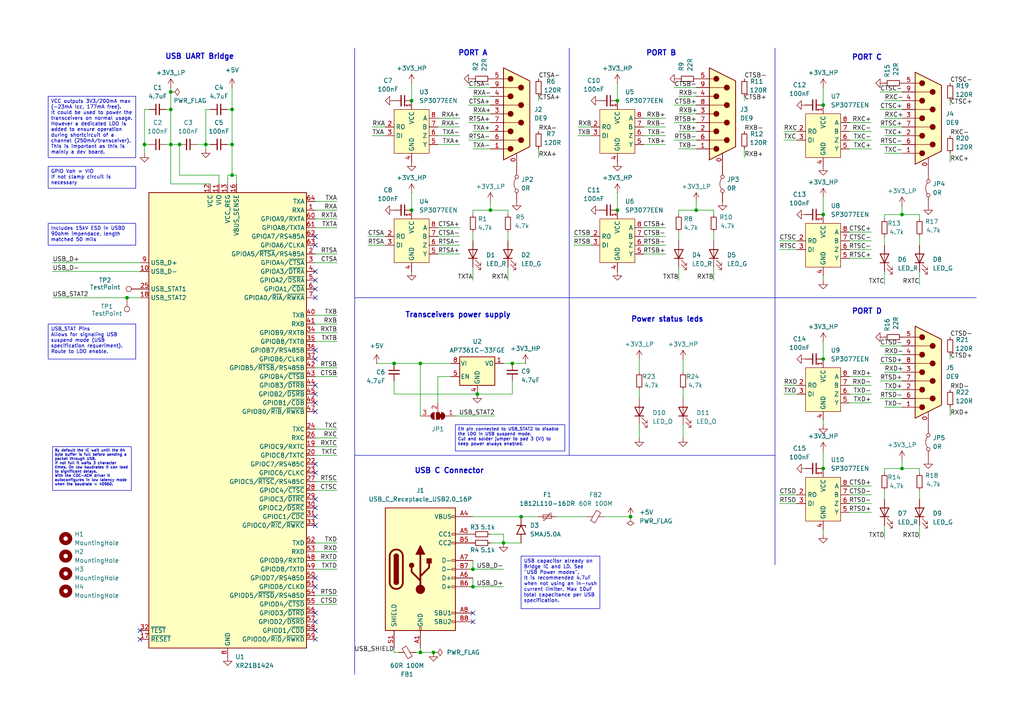
<source format=kicad_sch>
(kicad_sch (version 20231120) (generator "eeschema") (generator_version "8.0")
  (paper "A4")
  (junction (at 238.76 104.14))
  (junction (at 114.3 105.41))
  (junction (at 201.93 60.96))
  (junction (at 151.13 149.86))
  (junction (at 146.05 157.48))
  (junction (at 67.31 31.75))
  (junction (at 125.73 189.23))
  (junction (at 41.91 41.91))
  (junction (at 238.76 135.89))
  (junction (at 238.76 30.48))
  (junction (at 67.31 50.8))
  (junction (at 49.53 41.91))
  (junction (at 148.59 105.41))
  (junction (at 119.38 29.21))
  (junction (at 137.16 165.1))
  (junction (at 261.62 135.89))
  (junction (at 59.69 41.91))
  (junction (at 238.76 62.23))
  (junction (at 121.92 105.41))
  (junction (at 182.88 149.86))
  (junction (at 119.38 60.96))
  (junction (at 52.07 41.91))
  (junction (at 121.92 189.23))
  (junction (at 67.31 41.91))
  (junction (at 138.43 114.3))
  (junction (at 137.16 170.18))
  (junction (at 36.83 86.36))
  (junction (at 261.62 62.23))
  (junction (at 179.07 29.21))
  (junction (at 142.24 60.96))
  (junction (at 49.53 31.75))
  (junction (at 49.53 26.67))
  (junction (at 179.07 60.96))
  (no_connect (at 91.44 170.18))
  (no_connect (at 91.44 167.64))
  (no_connect (at 91.44 180.34))
  (no_connect (at 91.44 119.38))
  (no_connect (at 40.64 182.88))
  (no_connect (at 91.44 81.28))
  (no_connect (at 40.64 185.42))
  (no_connect (at 91.44 78.74))
  (no_connect (at 91.44 182.88))
  (no_connect (at 91.44 86.36))
  (no_connect (at 91.44 152.4))
  (no_connect (at 91.44 134.62))
  (no_connect (at 137.16 177.8))
  (no_connect (at 91.44 149.86))
  (no_connect (at 91.44 83.82))
  (no_connect (at 91.44 177.8))
  (no_connect (at 91.44 116.84))
  (no_connect (at 91.44 101.6))
  (no_connect (at 137.16 180.34))
  (no_connect (at 91.44 68.58))
  (no_connect (at 91.44 185.42))
  (no_connect (at 91.44 104.14))
  (no_connect (at 91.44 111.76))
  (no_connect (at 91.44 144.78))
  (no_connect (at 91.44 137.16))
  (no_connect (at 91.44 114.3))
  (no_connect (at 91.44 71.12))
  (no_connect (at 91.44 147.32))
  (wire (pts (xy 137.16 33.02) (xy 142.24 33.02)))
  (wire (pts (xy 142.24 157.48) (xy 146.05 157.48)))
  (wire (pts (xy 135.89 25.4) (xy 142.24 25.4)))
  (wire (pts (xy 137.16 170.18) (xy 146.05 170.18)))
  (wire (pts (xy 91.44 99.06) (xy 97.79 99.06)))
  (wire (pts (xy 91.44 76.2) (xy 97.79 76.2)))
  (polyline (pts (xy 224.79 13.97) (xy 224.79 86.36)))
  (wire (pts (xy 255.27 100.33) (xy 261.62 100.33)))
  (wire (pts (xy 201.93 58.42) (xy 201.93 60.96)))
  (wire (pts (xy 142.24 60.96) (xy 147.32 60.96)))
  (wire (pts (xy 256.54 107.95) (xy 261.62 107.95)))
  (wire (pts (xy 156.21 29.21) (xy 156.21 27.94)))
  (wire (pts (xy 106.68 68.58) (xy 111.76 68.58)))
  (wire (pts (xy 147.32 60.96) (xy 147.32 62.23)))
  (wire (pts (xy 114.3 187.96) (xy 114.3 189.23)))
  (wire (pts (xy 142.24 154.94) (xy 146.05 154.94)))
  (wire (pts (xy 114.3 114.3) (xy 114.3 110.49)))
  (wire (pts (xy 266.7 142.24) (xy 266.7 144.78)))
  (wire (pts (xy 261.62 62.23) (xy 256.54 62.23)))
  (wire (pts (xy 91.44 165.1) (xy 97.79 165.1)))
  (wire (pts (xy 91.44 124.46) (xy 97.79 124.46)))
  (wire (pts (xy 135.89 30.48) (xy 142.24 30.48)))
  (wire (pts (xy 255.27 110.49) (xy 261.62 110.49)))
  (wire (pts (xy 66.04 41.91) (xy 67.31 41.91)))
  (wire (pts (xy 195.58 35.56) (xy 201.93 35.56)))
  (wire (pts (xy 91.44 175.26) (xy 97.79 175.26)))
  (wire (pts (xy 196.85 33.02) (xy 201.93 33.02)))
  (wire (pts (xy 91.44 63.5) (xy 97.79 63.5)))
  (polyline (pts (xy 102.87 86.36) (xy 102.87 195.58)))
  (wire (pts (xy 238.76 57.15) (xy 238.76 62.23)))
  (polyline (pts (xy 165.1 132.08) (xy 165.1 86.36)))
  (wire (pts (xy 261.62 133.35) (xy 261.62 135.89)))
  (wire (pts (xy 186.69 68.58) (xy 193.04 68.58)))
  (wire (pts (xy 137.16 43.18) (xy 142.24 43.18)))
  (wire (pts (xy 127 71.12) (xy 133.35 71.12)))
  (wire (pts (xy 256.54 29.21) (xy 261.62 29.21)))
  (wire (pts (xy 201.93 60.96) (xy 207.01 60.96)))
  (wire (pts (xy 255.27 36.83) (xy 261.62 36.83)))
  (wire (pts (xy 91.44 142.24) (xy 97.79 142.24)))
  (wire (pts (xy 91.44 172.72) (xy 97.79 172.72)))
  (wire (pts (xy 256.54 113.03) (xy 261.62 113.03)))
  (wire (pts (xy 146.05 105.41) (xy 148.59 105.41)))
  (wire (pts (xy 48.26 31.75) (xy 49.53 31.75)))
  (wire (pts (xy 146.05 157.48) (xy 151.13 157.48)))
  (wire (pts (xy 186.69 34.29) (xy 193.04 34.29)))
  (wire (pts (xy 167.64 39.37) (xy 171.45 39.37)))
  (wire (pts (xy 201.93 60.96) (xy 196.85 60.96)))
  (wire (pts (xy 137.16 60.96) (xy 137.16 62.23)))
  (wire (pts (xy 147.32 77.47) (xy 147.32 81.28)))
  (wire (pts (xy 256.54 142.24) (xy 256.54 144.78)))
  (wire (pts (xy 196.85 38.1) (xy 201.93 38.1)))
  (wire (pts (xy 59.69 41.91) (xy 59.69 31.75)))
  (wire (pts (xy 15.24 86.36) (xy 36.83 86.36)))
  (wire (pts (xy 185.42 113.03) (xy 185.42 115.57)))
  (wire (pts (xy 59.69 41.91) (xy 60.96 41.91)))
  (wire (pts (xy 121.92 189.23) (xy 125.73 189.23)))
  (wire (pts (xy 121.92 187.96) (xy 121.92 189.23)))
  (wire (pts (xy 266.7 78.74) (xy 266.7 82.55)))
  (wire (pts (xy 246.38 35.56) (xy 252.73 35.56)))
  (wire (pts (xy 127 109.22) (xy 127 116.84)))
  (wire (pts (xy 107.95 36.83) (xy 111.76 36.83)))
  (wire (pts (xy 91.44 96.52) (xy 97.79 96.52)))
  (wire (pts (xy 49.53 25.4) (xy 49.53 26.67)))
  (wire (pts (xy 66.04 53.34) (xy 66.04 50.8)))
  (wire (pts (xy 127 73.66) (xy 133.35 73.66)))
  (wire (pts (xy 68.58 50.8) (xy 67.31 50.8)))
  (wire (pts (xy 186.69 36.83) (xy 193.04 36.83)))
  (wire (pts (xy 275.59 104.14) (xy 275.59 102.87)))
  (wire (pts (xy 255.27 105.41) (xy 261.62 105.41)))
  (wire (pts (xy 41.91 41.91) (xy 43.18 41.91)))
  (wire (pts (xy 137.16 167.64) (xy 137.16 170.18)))
  (wire (pts (xy 256.54 152.4) (xy 256.54 156.21)))
  (wire (pts (xy 127 41.91) (xy 133.35 41.91)))
  (wire (pts (xy 41.91 31.75) (xy 41.91 41.91)))
  (wire (pts (xy 127 66.04) (xy 133.35 66.04)))
  (wire (pts (xy 49.53 31.75) (xy 49.53 41.91)))
  (wire (pts (xy 175.26 149.86) (xy 182.88 149.86)))
  (wire (pts (xy 275.59 118.11) (xy 275.59 120.65)))
  (wire (pts (xy 15.24 76.2) (xy 40.64 76.2)))
  (wire (pts (xy 195.58 30.48) (xy 201.93 30.48)))
  (wire (pts (xy 215.9 43.18) (xy 215.9 45.72)))
  (wire (pts (xy 261.62 59.69) (xy 261.62 62.23)))
  (wire (pts (xy 246.38 146.05) (xy 252.73 146.05)))
  (wire (pts (xy 91.44 60.96) (xy 97.79 60.96)))
  (wire (pts (xy 114.3 189.23) (xy 115.57 189.23)))
  (wire (pts (xy 238.76 25.4) (xy 238.76 30.48)))
  (wire (pts (xy 120.65 189.23) (xy 121.92 189.23)))
  (wire (pts (xy 91.44 162.56) (xy 97.79 162.56)))
  (wire (pts (xy 59.69 31.75) (xy 60.96 31.75)))
  (wire (pts (xy 256.54 118.11) (xy 261.62 118.11)))
  (wire (pts (xy 186.69 71.12) (xy 193.04 71.12)))
  (wire (pts (xy 135.89 40.64) (xy 142.24 40.64)))
  (wire (pts (xy 148.59 114.3) (xy 148.59 110.49)))
  (wire (pts (xy 148.59 105.41) (xy 152.4 105.41)))
  (wire (pts (xy 138.43 114.3) (xy 114.3 114.3)))
  (wire (pts (xy 256.54 135.89) (xy 256.54 137.16)))
  (wire (pts (xy 255.27 115.57) (xy 261.62 115.57)))
  (wire (pts (xy 91.44 66.04) (xy 97.79 66.04)))
  (wire (pts (xy 226.06 146.05) (xy 231.14 146.05)))
  (wire (pts (xy 48.26 41.91) (xy 49.53 41.91)))
  (wire (pts (xy 147.32 67.31) (xy 147.32 69.85)))
  (wire (pts (xy 246.38 74.93) (xy 252.73 74.93)))
  (wire (pts (xy 91.44 109.22) (xy 97.79 109.22)))
  (wire (pts (xy 68.58 53.34) (xy 68.58 50.8)))
  (wire (pts (xy 119.38 24.13) (xy 119.38 29.21)))
  (wire (pts (xy 121.92 105.41) (xy 121.92 120.65)))
  (wire (pts (xy 36.83 86.36) (xy 40.64 86.36)))
  (wire (pts (xy 266.7 68.58) (xy 266.7 71.12)))
  (polyline (pts (xy 165.1 132.08) (xy 224.79 132.08)))
  (wire (pts (xy 246.38 69.85) (xy 252.73 69.85)))
  (wire (pts (xy 256.54 102.87) (xy 261.62 102.87)))
  (wire (pts (xy 91.44 139.7) (xy 97.79 139.7)))
  (wire (pts (xy 186.69 41.91) (xy 193.04 41.91)))
  (wire (pts (xy 121.92 105.41) (xy 130.81 105.41)))
  (wire (pts (xy 67.31 25.4) (xy 67.31 31.75)))
  (wire (pts (xy 238.76 121.92) (xy 238.76 123.19)))
  (wire (pts (xy 91.44 129.54) (xy 97.79 129.54)))
  (wire (pts (xy 196.85 67.31) (xy 196.85 69.85)))
  (wire (pts (xy 227.33 40.64) (xy 231.14 40.64)))
  (wire (pts (xy 91.44 106.68) (xy 97.79 106.68)))
  (wire (pts (xy 137.16 162.56) (xy 137.16 165.1)))
  (wire (pts (xy 166.37 68.58) (xy 171.45 68.58)))
  (wire (pts (xy 57.15 41.91) (xy 59.69 41.91)))
  (wire (pts (xy 238.76 153.67) (xy 238.76 154.94)))
  (wire (pts (xy 256.54 34.29) (xy 261.62 34.29)))
  (wire (pts (xy 127 34.29) (xy 133.35 34.29)))
  (wire (pts (xy 266.7 152.4) (xy 266.7 156.21)))
  (polyline (pts (xy 224.79 86.36) (xy 224.79 163.83)))
  (wire (pts (xy 67.31 41.91) (xy 67.31 50.8)))
  (wire (pts (xy 195.58 25.4) (xy 201.93 25.4)))
  (wire (pts (xy 207.01 60.96) (xy 207.01 62.23)))
  (wire (pts (xy 261.62 135.89) (xy 266.7 135.89)))
  (wire (pts (xy 41.91 41.91) (xy 41.91 44.45)))
  (wire (pts (xy 137.16 149.86) (xy 151.13 149.86)))
  (wire (pts (xy 66.04 31.75) (xy 67.31 31.75)))
  (wire (pts (xy 161.29 149.86) (xy 170.18 149.86)))
  (wire (pts (xy 196.85 77.47) (xy 196.85 81.28)))
  (wire (pts (xy 246.38 116.84) (xy 252.73 116.84)))
  (wire (pts (xy 195.58 40.64) (xy 201.93 40.64)))
  (wire (pts (xy 196.85 43.18) (xy 201.93 43.18)))
  (wire (pts (xy 185.42 104.14) (xy 185.42 107.95)))
  (wire (pts (xy 226.06 143.51) (xy 231.14 143.51)))
  (wire (pts (xy 127 68.58) (xy 133.35 68.58)))
  (wire (pts (xy 15.24 78.74) (xy 40.64 78.74)))
  (wire (pts (xy 179.07 24.13) (xy 179.07 29.21)))
  (wire (pts (xy 137.16 67.31) (xy 137.16 69.85)))
  (wire (pts (xy 109.22 105.41) (xy 114.3 105.41)))
  (wire (pts (xy 127 36.83) (xy 133.35 36.83)))
  (wire (pts (xy 275.59 44.45) (xy 275.59 46.99)))
  (polyline (pts (xy 102.87 13.97) (xy 102.87 86.36)))
  (wire (pts (xy 63.5 50.8) (xy 63.5 53.34)))
  (wire (pts (xy 198.12 104.14) (xy 198.12 107.95)))
  (wire (pts (xy 151.13 149.86) (xy 156.21 149.86)))
  (wire (pts (xy 66.04 50.8) (xy 67.31 50.8)))
  (wire (pts (xy 256.54 78.74) (xy 256.54 82.55)))
  (wire (pts (xy 256.54 62.23) (xy 256.54 63.5)))
  (wire (pts (xy 91.44 91.44) (xy 97.79 91.44)))
  (wire (pts (xy 246.38 111.76) (xy 252.73 111.76)))
  (wire (pts (xy 246.38 114.3) (xy 252.73 114.3)))
  (polyline (pts (xy 102.87 86.36) (xy 283.21 86.36)))
  (wire (pts (xy 246.38 38.1) (xy 252.73 38.1)))
  (wire (pts (xy 179.07 55.88) (xy 179.07 60.96)))
  (wire (pts (xy 185.42 123.19) (xy 185.42 127)))
  (wire (pts (xy 238.76 80.01) (xy 238.76 81.28)))
  (wire (pts (xy 226.06 69.85) (xy 231.14 69.85)))
  (wire (pts (xy 137.16 165.1) (xy 146.05 165.1)))
  (wire (pts (xy 138.43 114.3) (xy 148.59 114.3)))
  (wire (pts (xy 132.08 120.65) (xy 143.51 120.65)))
  (wire (pts (xy 261.62 135.89) (xy 256.54 135.89)))
  (wire (pts (xy 227.33 111.76) (xy 231.14 111.76)))
  (wire (pts (xy 256.54 44.45) (xy 261.62 44.45)))
  (wire (pts (xy 91.44 132.08) (xy 97.79 132.08)))
  (wire (pts (xy 196.85 27.94) (xy 201.93 27.94)))
  (wire (pts (xy 52.07 41.91) (xy 52.07 50.8)))
  (wire (pts (xy 246.38 148.59) (xy 252.73 148.59)))
  (wire (pts (xy 41.91 31.75) (xy 43.18 31.75)))
  (wire (pts (xy 91.44 127) (xy 97.79 127)))
  (wire (pts (xy 186.69 39.37) (xy 193.04 39.37)))
  (wire (pts (xy 255.27 41.91) (xy 261.62 41.91)))
  (wire (pts (xy 246.38 67.31) (xy 252.73 67.31)))
  (wire (pts (xy 255.27 26.67) (xy 261.62 26.67)))
  (wire (pts (xy 127 39.37) (xy 133.35 39.37)))
  (wire (pts (xy 238.76 130.81) (xy 238.76 135.89)))
  (wire (pts (xy 119.38 55.88) (xy 119.38 60.96)))
  (wire (pts (xy 275.59 30.48) (xy 275.59 29.21)))
  (wire (pts (xy 91.44 93.98) (xy 97.79 93.98)))
  (wire (pts (xy 135.89 35.56) (xy 142.24 35.56)))
  (wire (pts (xy 186.69 66.04) (xy 193.04 66.04)))
  (wire (pts (xy 49.53 41.91) (xy 52.07 41.91)))
  (wire (pts (xy 49.53 26.67) (xy 49.53 31.75)))
  (wire (pts (xy 226.06 72.39) (xy 231.14 72.39)))
  (wire (pts (xy 246.38 43.18) (xy 252.73 43.18)))
  (wire (pts (xy 166.37 71.12) (xy 171.45 71.12)))
  (wire (pts (xy 137.16 77.47) (xy 137.16 81.28)))
  (polyline (pts (xy 165.1 13.97) (xy 165.1 86.36)))
  (wire (pts (xy 256.54 39.37) (xy 261.62 39.37)))
  (polyline (pts (xy 102.87 132.08) (xy 165.1 132.08)))
  (wire (pts (xy 246.38 140.97) (xy 252.73 140.97)))
  (wire (pts (xy 196.85 60.96) (xy 196.85 62.23)))
  (wire (pts (xy 114.3 105.41) (xy 121.92 105.41)))
  (wire (pts (xy 52.07 50.8) (xy 63.5 50.8)))
  (wire (pts (xy 255.27 31.75) (xy 261.62 31.75)))
  (wire (pts (xy 246.38 72.39) (xy 252.73 72.39)))
  (wire (pts (xy 49.53 41.91) (xy 49.53 53.34)))
  (wire (pts (xy 107.95 39.37) (xy 111.76 39.37)))
  (wire (pts (xy 142.24 60.96) (xy 137.16 60.96)))
  (wire (pts (xy 207.01 77.47) (xy 207.01 81.28)))
  (wire (pts (xy 246.38 109.22) (xy 252.73 109.22)))
  (wire (pts (xy 91.44 157.48) (xy 97.79 157.48)))
  (wire (pts (xy 266.7 62.23) (xy 266.7 63.5)))
  (wire (pts (xy 130.81 109.22) (xy 127 109.22)))
  (wire (pts (xy 215.9 29.21) (xy 215.9 27.94)))
  (wire (pts (xy 137.16 27.94) (xy 142.24 27.94)))
  (wire (pts (xy 238.76 99.06) (xy 238.76 104.14)))
  (wire (pts (xy 261.62 62.23) (xy 266.7 62.23)))
  (wire (pts (xy 246.38 143.51) (xy 252.73 143.51)))
  (wire (pts (xy 91.44 58.42) (xy 97.79 58.42)))
  (wire (pts (xy 142.24 58.42) (xy 142.24 60.96)))
  (wire (pts (xy 137.16 38.1) (xy 142.24 38.1)))
  (wire (pts (xy 227.33 114.3) (xy 231.14 114.3)))
  (wire (pts (xy 67.31 31.75) (xy 67.31 41.91)))
  (wire (pts (xy 186.69 73.66) (xy 193.04 73.66)))
  (wire (pts (xy 198.12 123.19) (xy 198.12 127)))
  (wire (pts (xy 207.01 67.31) (xy 207.01 69.85)))
  (wire (pts (xy 266.7 135.89) (xy 266.7 137.16)))
  (wire (pts (xy 227.33 38.1) (xy 231.14 38.1)))
  (wire (pts (xy 91.44 160.02) (xy 97.79 160.02)))
  (wire (pts (xy 146.05 154.94) (xy 146.05 157.48)))
  (wire (pts (xy 91.44 73.66) (xy 97.79 73.66)))
  (wire (pts (xy 106.68 71.12) (xy 111.76 71.12)))
  (wire (pts (xy 198.12 113.03) (xy 198.12 115.57)))
  (wire (pts (xy 167.64 36.83) (xy 171.45 36.83)))
  (wire (pts (xy 156.21 43.18) (xy 156.21 45.72)))
  (wire (pts (xy 59.69 41.91) (xy 59.69 43.18)))
  (wire (pts (xy 256.54 68.58) (xy 256.54 71.12)))
  (wire (pts (xy 49.53 53.34) (xy 60.96 53.34)))
  (wire (pts (xy 246.38 40.64) (xy 252.73 40.64)))
  (text_box "EN pin connected to USB_STAT2 to disable the LDO in USB suspend mode.\nCut and solder jumper to pad 3 (VI) to keep power always enabled." (at 132.08 123.19 0) (size 31.75 7.62) (effects (font (size 0.889 0.889)) (justify left top)))
  (text_box "USB_STAT Pins\nAllows for signaling USB suspend mode (USB specification requeriment).\nRoute to LDO enable." (at 13.97 93.98 0) (size 25.4 10.16) (effects (font (size 1.016 1.016)) (justify left top)))
  (text_box "USB capacitor already on Bridge IC and LD. See \"USB Power modes\".\nIt is recommended 4.7uF when not using an in-rush current limiter. Max 10uF total capacitance per USB specification." (at 151.13 161.29 0) (size 22.86 15.24) (effects (font (size 1.016 1.016)) (justify left top)))
  (text_box "By default the IC wait until the 64 byte buffer is full before sending a packet through USB.\nIf not full it waits 3 character times. On low baudrates it can lead to significant delays.\nWith the CDC-ACM driver it autoconfigures in low latency mode when the baudrate < 40960." (at 15.24 129.54 0) (size 22.86 12.7) (effects (font (size 0.762 0.762)) (justify left top)))
  (text_box "VCC outputs 3V3/200mA max (-23mA Icc, 177mA free).\nIt could be used to power the transceivers on normal usage.\nHowever a dedicated LDO is added to ensure operation during shortcircuit of a channel (250mA/transceiver).\nThis is important as this is mainly a dev board." (at 13.97 27.94 0) (size 25.4 17.78) (effects (font (size 1.016 1.016)) (justify left top)))
  (text_box "Includes 15kV ESD in USBD\n90ohm impendace, length matched 50 mils" (at 13.97 64.77 0) (size 25.4 6.35) (effects (font (size 1.016 1.016)) (justify left top)))
  (text_box "GPIO Voh = VIO\nIf not clamp circuit is necessary" (at 13.97 48.26 0) (size 25.4 6.35) (effects (font (size 1.016 1.016)) (justify left top)))
  (text "PORT D" (at 251.46 90.424 0) (effects (font (size 1.524 1.524) (thickness 0.3048) (bold yes))))
  (text "PORT B" (at 191.77 15.494 0) (effects (font (size 1.524 1.524) (thickness 0.3048) (bold yes))))
  (text "PORT A" (at 137.16 15.494 0) (effects (font (size 1.524 1.524) (thickness 0.3048) (bold yes))))
  (text "USB UART Bridge" (at 57.912 16.51 0) (effects (font (size 1.524 1.524) (thickness 0.3048) (bold yes))))
  (text "Power status leds" (at 193.548 92.71 0) (effects (font (size 1.524 1.524) (thickness 0.3048) (bold yes))))
  (text "Transceivers power supply" (at 132.842 91.44 0) (effects (font (size 1.524 1.524) (thickness 0.3048) (bold yes))))
  (text "PORT C" (at 251.46 16.764 0) (effects (font (size 1.524 1.524) (thickness 0.3048) (bold yes))))
  (text "USB C Connector" (at 130.302 136.652 0) (effects (font (size 1.524 1.524) (thickness 0.3048) (bold yes))))
  (label "USB_SHIELD" (at 114.3 189.23 180))
  (label "TXTA" (at 97.79 66.04 180))
  (label "TXTA" (at 137.16 81.28 180))
  (label "RTSD" (at 97.79 172.72 180))
  (label "TXC-" (at 252.73 40.64 180))
  (label "CTSA+" (at 135.89 30.48 0))
  (label "RTSB" (at 166.37 71.12 0))
  (label "CTSB+" (at 193.04 66.04 180))
  (label "TXB+" (at 196.85 38.1 0))
  (label "TXTB" (at 196.85 81.28 180))
  (label "RTSC" (at 226.06 72.39 0))
  (label "RXB+" (at 196.85 33.02 0))
  (label "RXB-" (at 193.04 36.83 180))
  (label "USB_D-" (at 15.24 78.74 0))
  (label "RXA" (at 107.95 36.83 0))
  (label "RTSC" (at 97.79 139.7 180))
  (label "CTSC" (at 226.06 69.85 0))
  (label "RXB" (at 167.64 36.83 0))
  (label "TXTD" (at 97.79 165.1 180))
  (label "TXTB" (at 97.79 99.06 180))
  (label "RXTB" (at 97.79 96.52 180))
  (label "RXA-" (at 133.35 36.83 180))
  (label "CTSA-" (at 156.21 22.86 0))
  (label "TXB-" (at 196.85 43.18 0))
  (label "TXA+" (at 137.16 38.1 0))
  (label "CTSB-" (at 195.58 25.4 0))
  (label "CTSD-" (at 255.27 100.33 0))
  (label "CTSC" (at 97.79 142.24 180))
  (label "TXA+" (at 133.35 41.91 180))
  (label "TXC+" (at 252.73 43.18 180))
  (label "RXC-" (at 252.73 38.1 180))
  (label "RXD" (at 97.79 160.02 180))
  (label "CTSC+" (at 255.27 31.75 0))
  (label "CTSA" (at 106.68 68.58 0))
  (label "RXC-" (at 256.54 29.21 0))
  (label "TXB+" (at 193.04 41.91 180))
  (label "TXD+" (at 256.54 113.03 0))
  (label "RXA+" (at 137.16 33.02 0))
  (label "RTSC+" (at 252.73 74.93 180))
  (label "TXTD" (at 256.54 156.21 180))
  (label "RXTD" (at 266.7 156.21 180))
  (label "RXB-" (at 196.85 27.94 0))
  (label "CTSA+" (at 156.21 29.21 0))
  (label "RTSA-" (at 135.89 40.64 0))
  (label "CTSC+" (at 252.73 67.31 180))
  (label "TXC-" (at 256.54 44.45 0))
  (label "CTSC-" (at 275.59 24.13 0))
  (label "USB_D+" (at 15.24 76.2 0))
  (label "RTSB+" (at 195.58 35.56 0))
  (label "RTSD-" (at 252.73 146.05 180))
  (label "RXC-" (at 275.59 39.37 0))
  (label "RXA+" (at 133.35 34.29 180))
  (label "RXTC" (at 97.79 129.54 180))
  (label "RXC" (at 227.33 38.1 0))
  (label "RXD-" (at 252.73 111.76 180))
  (label "TXD-" (at 256.54 118.11 0))
  (label "RTSD+" (at 255.27 110.49 0))
  (label "RXTC" (at 266.7 82.55 180))
  (label "RXB-" (at 215.9 38.1 0))
  (label "RXD+" (at 256.54 107.95 0))
  (label "RTSA" (at 97.79 73.66 180))
  (label "RTSC-" (at 252.73 72.39 180))
  (label "TXC" (at 227.33 40.64 0))
  (label "CTSB" (at 97.79 109.22 180))
  (label "RXTB" (at 207.01 81.28 180))
  (label "TXTC" (at 256.54 82.55 180))
  (label "CTSA-" (at 135.89 25.4 0))
  (label "CTSC+" (at 275.59 30.48 0))
  (label "TXA" (at 97.79 58.42 180))
  (label "RXD+" (at 252.73 109.22 180))
  (label "RTSA" (at 106.68 71.12 0))
  (label "RTSC+" (at 255.27 36.83 0))
  (label "USB_D-" (at 146.05 165.1 180))
  (label "CTSD" (at 97.79 175.26 180))
  (label "RXD-" (at 256.54 102.87 0))
  (label "TXD+" (at 252.73 116.84 180))
  (label "RTSB" (at 97.79 106.68 180))
  (label "RXD-" (at 275.59 113.03 0))
  (label "CTSB-" (at 193.04 68.58 180))
  (label "CTSD-" (at 275.59 97.79 0))
  (label "TXB" (at 167.64 39.37 0))
  (label "TXA" (at 107.95 39.37 0))
  (label "RXB" (at 97.79 93.98 180))
  (label "TXD" (at 97.79 157.48 180))
  (label "RTSA+" (at 133.35 73.66 180))
  (label "CTSB+" (at 215.9 29.21 0))
  (label "RTSD+" (at 252.73 148.59 180))
  (label "RTSA-" (at 133.35 71.12 180))
  (label "RXC+" (at 256.54 34.29 0))
  (label "CTSB+" (at 195.58 30.48 0))
  (label "TXC" (at 97.79 124.46 180))
  (label "RTSC-" (at 255.27 41.91 0))
  (label "TXC+" (at 256.54 39.37 0))
  (label "RTSB-" (at 195.58 40.64 0))
  (label "TXTC" (at 97.79 132.08 180))
  (label "TXA-" (at 137.16 43.18 0))
  (label "CTSD+" (at 255.27 105.41 0))
  (label "CTSB" (at 166.37 68.58 0))
  (label "TXA-" (at 133.35 39.37 180))
  (label "RXA" (at 97.79 60.96 180))
  (label "CTSD-" (at 252.73 143.51 180))
  (label "RXTA" (at 147.32 81.28 180))
  (label "RXA-" (at 137.16 27.94 0))
  (label "TXD-" (at 252.73 114.3 180))
  (label "CTSD+" (at 252.73 140.97 180))
  (label "CTSD+" (at 275.59 104.14 0))
  (label "RXD" (at 227.33 111.76 0))
  (label "RXC" (at 97.79 127 180))
  (label "RXD+" (at 275.59 120.65 0))
  (label "RXC+" (at 275.59 46.99 0))
  (label "CTSD" (at 226.06 143.51 0))
  (label "RXC+" (at 252.73 35.56 180))
  (label "TXD" (at 227.33 114.3 0))
  (label "CTSA+" (at 133.35 66.04 180))
  (label "RTSA+" (at 135.89 35.56 0))
  (label "RTSB-" (at 193.04 71.12 180))
  (label "CTSC-" (at 252.73 69.85 180))
  (label "CTSA" (at 97.79 76.2 180))
  (label "RXTA" (at 97.79 63.5 180))
  (label "RXB+" (at 193.04 34.29 180))
  (label "RXA+" (at 156.21 45.72 0))
  (label "USB_STAT2" (at 143.51 120.65 180))
  (label "RTSD" (at 226.06 146.05 0))
  (label "RTSD-" (at 255.27 115.57 0))
  (label "CTSA-" (at 133.35 68.58 180))
  (label "TXB" (at 97.79 91.44 180))
  (label "CTSC-" (at 255.27 26.67 0))
  (label "RXTD" (at 97.79 162.56 180))
  (label "USB_D+" (at 146.05 170.18 180))
  (label "RXB+" (at 215.9 45.72 0))
  (label "CTSB-" (at 215.9 22.86 0))
  (label "RTSB+" (at 193.04 73.66 180))
  (label "RXA-" (at 156.21 38.1 0))
  (label "TXB-" (at 193.04 39.37 180))
  (label "USB_STAT2" (at 15.24 86.36 0))
  (symbol (lib_id "power:GND") (at 256.54 97.79 270) (unit 1)
    (property "Reference" "#PWR044" (effects (hide yes)))
    (property "Value" "GND" (effects (hide yes)))
    (property "Description" "Power symbol creates a global label with name \"GND\" , ground" (effects (hide yes)))
  )
  (symbol (lib_id "power:GND") (at 185.42 127 0) (unit 1)
    (property "Reference" "#PWR050" (effects (hide yes)))
    (property "Value" "GND" (effects (hide yes)))
    (property "Description" "Power symbol creates a global label with name \"GND\" , ground" (effects (hide yes)))
  )
  (symbol (lib_id "power:+5V") (at 182.88 149.86 0) (unit 1)
    (property "Reference" "#PWR021" (effects (hide yes)))
    (property "Value" "+5V" (at 185.42 148.5899 0) (effects (justify left)))
    (property "Description" "Power symbol creates a global label with name \"+5V\"" (effects (hide yes)))
  )
  (symbol (lib_id "Device:R_Small") (at 266.7 139.7 180) (unit 1)
    (property "Reference" "R18" (at 270.256 137.922 0))
    (property "Value" "4.7k" (at 270.764 140.462 0))
    (property "Footprint" "Resistor_SMD:R_0603_1608Metric" (effects (hide yes)))
    (property "Description" "Resistor, small symbol" (effects (hide yes)))
  )
  (symbol (lib_id "power:+3V3") (at 261.62 59.69 0) (unit 1)
    (property "Reference" "#PWR045" (effects (hide yes)))
    (property "Value" "+3V3_LP" (at 261.62 55.372 0))
    (property "Description" "Power symbol creates a global label with name \"+3V3\"" (effects (hide yes)))
  )
  (symbol (lib_id "power:GND") (at 114.3 60.96 270) (unit 1)
    (property "Reference" "#PWR010" (effects (hide yes)))
    (property "Value" "GND" (effects (hide yes)))
    (property "Description" "Power symbol creates a global label with name \"GND\" , ground" (effects (hide yes)))
  )
  (symbol (lib_id "power:GND") (at 238.76 48.26 0) (unit 1)
    (property "Reference" "#PWR036" (effects (hide yes)))
    (property "Value" "GND" (effects (hide yes)))
    (property "Description" "Power symbol creates a global label with name \"GND\" , ground" (effects (hide yes)))
  )
  (symbol (lib_id "power:GND") (at 233.68 30.48 270) (unit 1)
    (property "Reference" "#PWR031" (effects (hide yes)))
    (property "Value" "GND" (effects (hide yes)))
    (property "Description" "Power symbol creates a global label with name \"GND\" , ground" (effects (hide yes)))
  )
  (symbol (lib_id "power:PWR_FLAG") (at 182.88 149.86 180) (unit 1)
    (property "Reference" "#FLG03" (effects (hide yes)))
    (property "Value" "PWR_FLAG" (at 185.42 151.1299 0) (effects (justify right)))
    (property "Description" "Special symbol for telling ERC where power comes from" (effects (hide yes)))
  )
  (symbol (lib_id "power:GND") (at 256.54 24.13 270) (unit 1)
    (property "Reference" "#PWR043" (effects (hide yes)))
    (property "Value" "GND" (effects (hide yes)))
    (property "Description" "Power symbol creates a global label with name \"GND\" , ground" (effects (hide yes)))
  )
  (symbol (lib_id "power:+5V") (at 67.31 25.4 0) (unit 1)
    (property "Reference" "#PWR06" (effects (hide yes)))
    (property "Value" "+5V" (at 67.31 20.32 0))
    (property "Description" "Power symbol creates a global label with name \"+5V\"" (effects (hide yes)))
  )
  (symbol (lib_id "power:GND") (at 269.24 59.69 0) (unit 1)
    (property "Reference" "#PWR047" (effects (hide yes)))
    (property "Value" "GND" (effects (hide yes)))
    (property "Description" "Power symbol creates a global label with name \"GND\" , ground" (effects (hide yes)))
  )
  (symbol (lib_id "power:+5V") (at 109.22 105.41 0) (unit 1)
    (property "Reference" "#PWR07" (effects (hide yes)))
    (property "Value" "+5V" (at 109.22 100.33 0))
    (property "Description" "Power symbol creates a global label with name \"+5V\"" (effects (hide yes)))
  )
  (symbol (lib_id "power:+3V3") (at 49.53 25.4 0) (unit 1)
    (property "Reference" "#PWR03" (effects (hide yes)))
    (property "Value" "+3V3_LP" (at 49.53 21.082 0))
    (property "Description" "Power symbol creates a global label with name \"+3V3\"" (effects (hide yes)))
  )
  (symbol (lib_id "Device:R_Small") (at 207.01 64.77 180) (unit 1)
    (property "Reference" "R10" (at 210.566 62.992 0))
    (property "Value" "4.7k" (at 211.074 65.532 0))
    (property "Footprint" "Resistor_SMD:R_0603_1608Metric" (effects (hide yes)))
    (property "Description" "Resistor, small symbol" (effects (hide yes)))
  )
  (symbol (lib_id "Device:R_Small") (at 196.85 64.77 180) (unit 1)
    (property "Reference" "R8" (at 199.644 63.5 0))
    (property "Value" "4.7k" (at 200.406 66.04 0))
    (property "Footprint" "Resistor_SMD:R_0603_1608Metric" (effects (hide yes)))
    (property "Description" "Resistor, small symbol" (effects (hide yes)))
  )
  (symbol (lib_id "Device:LED") (at 147.32 73.66 90) (unit 1)
    (property "Reference" "D2" (at 151.13 73.9774 90) (effects (justify right)))
    (property "Value" "LED_G" (at 151.13 76.5174 90) (effects (justify right)))
    (property "Footprint" "LED_SMD:LED_0805_2012Metric" (effects (hide yes)))
    (property "Description" "Light emitting diode" (effects (hide yes)))
  )
  (symbol (lib_id "Device:LED") (at 137.16 73.66 90) (unit 1)
    (property "Reference" "D1" (at 140.97 73.9774 90) (effects (justify right)))
    (property "Value" "LED_R" (at 140.97 76.5174 90) (effects (justify right)))
    (property "Footprint" "LED_SMD:LED_0805_2012Metric" (effects (hide yes)))
    (property "Description" "Light emitting diode" (effects (hide yes)))
  )
  (symbol (lib_id "power:GND") (at 66.04 190.5 0) (unit 1)
    (property "Reference" "#PWR05" (effects (hide yes)))
    (property "Value" "GND" (effects (hide yes)))
    (property "Description" "Power symbol creates a global label with name \"GND\" , ground" (effects (hide yes)))
  )
  (symbol (lib_id "Device:R_Small") (at 266.7 66.04 180) (unit 1)
    (property "Reference" "R17" (at 270.256 64.262 0))
    (property "Value" "4.7k" (at 270.764 66.802 0))
    (property "Footprint" "Resistor_SMD:R_0603_1608Metric" (effects (hide yes)))
    (property "Description" "Resistor, small symbol" (effects (hide yes)))
  )
  (symbol (lib_id "Connector:DE9_Plug_MountingHoles") (at 269.24 34.29 0) (unit 1)
    (property "Reference" "J4" (at 274.32 33.0199 0) (effects (justify left)))
    (property "Value" "DE9" (at 274.32 35.5599 0) (effects (justify left)))
    (property "Footprint" "Connector_Dsub:DSUB-9_Male_Vertical_P2.77x2.84mm_MountingHoles" (effects (hide yes)))
    (property "Description" "9-pin male plug pin D-SUB connector, Mounting Hole" (effects (hide yes)))
  )
  (symbol (lib_id "Device:R_Small") (at 215.9 40.64 180) (unit 1)
    (property "Reference" "R12" (at 219.456 38.862 0))
    (property "Value" "120R" (at 219.964 41.402 0))
    (property "Footprint" "Resistor_SMD:R_1206_3216Metric" (effects (hide yes)))
    (property "Description" "Resistor, small symbol" (effects (hide yes)))
  )
  (symbol (lib_id "Device:R_Small") (at 275.59 115.57 180) (unit 1)
    (property "Reference" "R22" (at 279.146 113.792 0))
    (property "Value" "120R" (at 279.654 116.332 0))
    (property "Footprint" "Resistor_SMD:R_1206_3216Metric" (effects (hide yes)))
    (property "Description" "Resistor, small symbol" (effects (hide yes)))
  )
  (symbol (lib_id "Custom_project_symbols:SP307xEEN_8pin_full_duplex") (at 119.38 38.1 0) (unit 1)
    (property "Reference" "U3" (at 121.5741 26.67 0) (effects (justify left)))
    (property "Value" "SP3077EEN" (at 121.5741 29.21 0) (effects (justify left)))
    (property "Footprint" "Package_SO:SOIC-8_3.9x4.9mm_P1.27mm" (effects (hide yes)))
    (property "Description" "RS-485/RS-422 Transceivers, ±15kV ESD-Protected, 3.3V, 1/8 Load, Failsafe" (effects (hide yes)))
  )
  (symbol (lib_id "power:GND") (at 59.69 43.18 0) (unit 1)
    (property "Reference" "#PWR04" (effects (hide yes)))
    (property "Value" "GND" (effects (hide yes)))
    (property "Description" "Power symbol creates a global label with name \"GND\" , ground" (effects (hide yes)))
  )
  (symbol (lib_id "Device:R_Small") (at 275.59 26.67 180) (unit 1)
    (property "Reference" "R19" (at 279.146 24.892 0))
    (property "Value" "120R" (at 279.654 27.432 0))
    (property "Footprint" "Resistor_SMD:R_1206_3216Metric" (effects (hide yes)))
    (property "Description" "Resistor, small symbol" (effects (hide yes)))
  )
  (symbol (lib_id "Device:LED") (at 198.12 119.38 90) (unit 1)
    (property "Reference" "D11" (at 201.93 119.6974 90) (effects (justify right)))
    (property "Value" "LED_O" (at 201.93 122.2374 90) (effects (justify right)))
    (property "Footprint" "LED_SMD:LED_0805_2012Metric" (effects (hide yes)))
    (property "Description" "Light emitting diode" (effects (hide yes)))
  )
  (symbol (lib_id "power:+3V3") (at 238.76 130.81 0) (unit 1)
    (property "Reference" "#PWR041" (effects (hide yes)))
    (property "Value" "+3V3_HP" (at 238.76 126.492 0))
    (property "Description" "Power symbol creates a global label with name \"+3V3\"" (effects (hide yes)))
  )
  (symbol (lib_id "Custom_project_symbols:SP307xEEN_8pin_full_duplex") (at 119.38 69.85 0) (unit 1)
    (property "Reference" "U4" (at 121.5741 58.42 0) (effects (justify left)))
    (property "Value" "SP3077EEN" (at 121.5741 60.96 0) (effects (justify left)))
    (property "Footprint" "Package_SO:SOIC-8_3.9x4.9mm_P1.27mm" (effects (hide yes)))
    (property "Description" "RS-485/RS-422 Transceivers, ±15kV ESD-Protected, 3.3V, 1/8 Load, Failsafe" (effects (hide yes)))
  )
  (symbol (lib_id "power:PWR_FLAG") (at 49.53 26.67 270) (unit 1)
    (property "Reference" "#FLG01" (effects (hide yes)))
    (property "Value" "PWR_FLAG" (at 50.292 29.21 90) (effects (justify left)))
    (property "Description" "Special symbol for telling ERC where power comes from" (effects (hide yes)))
  )
  (symbol (lib_id "Device:R_Small") (at 137.16 64.77 180) (unit 1)
    (property "Reference" "R1" (at 139.954 63.5 0))
    (property "Value" "4.7k" (at 140.716 66.04 0))
    (property "Footprint" "Resistor_SMD:R_0603_1608Metric" (effects (hide yes)))
    (property "Description" "Resistor, small symbol" (effects (hide yes)))
  )
  (symbol (lib_id "power:GND") (at 114.3 29.21 270) (unit 1)
    (property "Reference" "#PWR09" (effects (hide yes)))
    (property "Value" "GND" (effects (hide yes)))
    (property "Description" "Power symbol creates a global label with name \"GND\" , ground" (effects (hide yes)))
  )
  (symbol (lib_id "Device:R_Small") (at 147.32 64.77 180) (unit 1)
    (property "Reference" "R5" (at 150.876 62.992 0))
    (property "Value" "4.7k" (at 151.384 65.532 0))
    (property "Footprint" "Resistor_SMD:R_0603_1608Metric" (effects (hide yes)))
    (property "Description" "Resistor, small symbol" (effects (hide yes)))
  )
  (symbol (lib_id "Device:LED") (at 256.54 74.93 90) (unit 1)
    (property "Reference" "D6" (at 260.35 75.2474 90) (effects (justify right)))
    (property "Value" "LED_R" (at 260.35 77.7874 90) (effects (justify right)))
    (property "Footprint" "LED_SMD:LED_0805_2012Metric" (effects (hide yes)))
    (property "Description" "Light emitting diode" (effects (hide yes)))
  )
  (symbol (lib_id "Interface_USB:XR21B1424") (at 66.04 121.92 0) (unit 1)
    (property "Reference" "U1" (at 68.2341 190.5 0) (effects (justify left)))
    (property "Value" "XR21B1424" (at 68.2341 193.04 0) (effects (justify left)))
    (property "Footprint" "Package_QFP:LQFP-64_10x10mm_P0.5mm" (effects (hide yes)))
    (property "Datasheet" "https://assets.maxlinear.com/web/documents/xr21b1424.pdf" (effects (hide yes)))
    (property "Description" "USB 2.0 up to 12Mbps, Quad Channel USB UART/FIFO, RS485 capability, LQFP-64" (effects (hide yes)))
  )
  (symbol (lib_id "Device:Polyfuse_Small") (at 158.75 149.86 90) (unit 1)
    (property "Reference" "F1" (at 158.75 143.51 90))
    (property "Value" "1812L110-16DR" (at 158.75 146.05 90))
    (property "Footprint" "Resistor_SMD:R_1812_4532Metric" (effects (hide yes)))
    (property "Description" "Resettable fuse, polymeric positive temperature coefficient, small symbol" (effects (hide yes)))
  )
  (symbol (lib_id "power:GND") (at 138.43 114.3 0) (unit 1)
    (property "Reference" "#PWR08" (effects (hide yes)))
    (property "Value" "GND" (effects (hide yes)))
    (property "Description" "Power symbol creates a global label with name \"GND\" , ground" (effects (hide yes)))
  )
  (symbol (lib_id "Connector:DE9_Plug_MountingHoles") (at 269.24 107.95 0) (unit 1)
    (property "Reference" "J5" (at 274.32 106.6799 0) (effects (justify left)))
    (property "Value" "DE9" (at 274.32 109.2199 0) (effects (justify left)))
    (property "Footprint" "Connector_Dsub:DSUB-9_Male_Vertical_P2.77x2.84mm_MountingHoles" (effects (hide yes)))
    (property "Description" "9-pin male plug pin D-SUB connector, Mounting Hole" (effects (hide yes)))
  )
  (symbol (lib_id "Device:C_Small") (at 236.22 104.14 270) (unit 1)
    (property "Reference" "C14" (at 231.902 98.298 90))
    (property "Value" "100nF" (at 231.902 100.838 90))
    (property "Footprint" "Capacitor_SMD:C_0603_1608Metric" (effects (hide yes)))
    (property "Description" "Unpolarized capacitor, small symbol" (effects (hide yes)))
  )
  (symbol (lib_id "power:+3V3") (at 142.24 58.42 0) (unit 1)
    (property "Reference" "#PWR018" (effects (hide yes)))
    (property "Value" "+3V3_LP" (at 142.24 54.102 0))
    (property "Description" "Power symbol creates a global label with name \"+3V3\"" (effects (hide yes)))
  )
  (symbol (lib_id "Connector:TestPoint") (at 40.64 83.82 90) (unit 1)
    (property "Reference" "TP2" (at 30.48 81.28 90))
    (property "Value" "TestPoint" (at 30.48 83.312 90))
    (property "Footprint" "TestPoint:TestPoint_Pad_D1.0mm" (effects (hide yes)))
    (property "Description" "test point" (effects (hide yes)))
  )
  (symbol (lib_id "Device:R_Small") (at 259.08 24.13 270) (unit 1)
    (property "Reference" "R15" (at 257.302 20.574 0))
    (property "Value" "22R" (at 259.842 20.066 0))
    (property "Footprint" "Resistor_SMD:R_0805_2012Metric" (effects (hide yes)))
    (property "Description" "Resistor, small symbol" (effects (hide yes)))
  )
  (symbol (lib_id "Jumper:SolderJumper_3_Bridged12") (at 127 120.65 180) (unit 1) (exclude_from_sim yes) (in_bom no)
    (property "Reference" "JP1" (at 127 124.46 0))
    (property "Value" "SolderJumper_3_Bridged12" (effects (hide yes)))
    (property "Footprint" "Jumper:SolderJumper-3_P1.3mm_Bridged12_RoundedPad1.0x1.5mm" (effects (hide yes)))
    (property "Description" "3-pole Solder Jumper, pins 1+2 closed/bridged" (effects (hide yes)))
  )
  (symbol (lib_id "Custom_project_symbols:SP307xEEN_8pin_full_duplex") (at 238.76 113.03 0) (unit 1)
    (property "Reference" "U9" (at 240.9541 101.6 0) (effects (justify left)))
    (property "Value" "SP3077EEN" (at 240.9541 104.14 0) (effects (justify left)))
    (property "Footprint" "Package_SO:SOIC-8_3.9x4.9mm_P1.27mm" (effects (hide yes)))
    (property "Description" "RS-485/RS-422 Transceivers, ±15kV ESD-Protected, 3.3V, 1/8 Load, Failsafe" (effects (hide yes)))
  )
  (symbol (lib_id "Device:R_Small") (at 185.42 110.49 180) (unit 1)
    (property "Reference" "R23" (at 188.214 109.22 0))
    (property "Value" "4.7k" (at 188.976 111.76 0))
    (property "Footprint" "Resistor_SMD:R_0603_1608Metric" (effects (hide yes)))
    (property "Description" "Resistor, small symbol" (effects (hide yes)))
  )
  (symbol (lib_id "power:+3V3") (at 119.38 55.88 0) (unit 1)
    (property "Reference" "#PWR013" (effects (hide yes)))
    (property "Value" "+3V3_HP" (at 119.38 51.562 0))
    (property "Description" "Power symbol creates a global label with name \"+3V3\"" (effects (hide yes)))
  )
  (symbol (lib_id "Device:R_Small") (at 256.54 139.7 180) (unit 1)
    (property "Reference" "R14" (at 259.334 138.43 0))
    (property "Value" "4.7k" (at 260.096 140.97 0))
    (property "Footprint" "Resistor_SMD:R_0603_1608Metric" (effects (hide yes)))
    (property "Description" "Resistor, small symbol" (effects (hide yes)))
  )
  (symbol (lib_id "Device:C_Small") (at 236.22 135.89 270) (unit 1)
    (property "Reference" "C15" (at 231.902 130.048 90))
    (property "Value" "100nF" (at 231.902 132.588 90))
    (property "Footprint" "Capacitor_SMD:C_0603_1608Metric" (effects (hide yes)))
    (property "Description" "Unpolarized capacitor, small symbol" (effects (hide yes)))
  )
  (symbol (lib_id "Device:R_Small") (at 156.21 25.4 180) (unit 1)
    (property "Reference" "R6" (at 159.766 23.622 0))
    (property "Value" "120R" (at 160.274 26.162 0))
    (property "Footprint" "Resistor_SMD:R_1206_3216Metric" (effects (hide yes)))
    (property "Description" "Resistor, small symbol" (effects (hide yes)))
  )
  (symbol (lib_id "power:GND") (at 209.55 58.42 0) (unit 1)
    (property "Reference" "#PWR030" (effects (hide yes)))
    (property "Value" "GND" (effects (hide yes)))
    (property "Description" "Power symbol creates a global label with name \"GND\" , ground" (effects (hide yes)))
  )
  (symbol (lib_id "Custom_project_symbols:SP307xEEN_8pin_full_duplex") (at 238.76 71.12 0) (unit 1)
    (property "Reference" "U8" (at 240.9541 59.69 0) (effects (justify left)))
    (property "Value" "SP3077EEN" (at 240.9541 62.23 0) (effects (justify left)))
    (property "Footprint" "Package_SO:SOIC-8_3.9x4.9mm_P1.27mm" (effects (hide yes)))
    (property "Description" "RS-485/RS-422 Transceivers, ±15kV ESD-Protected, 3.3V, 1/8 Load, Failsafe" (effects (hide yes)))
  )
  (symbol (lib_id "power:GND") (at 196.85 22.86 270) (unit 1)
    (property "Reference" "#PWR028" (effects (hide yes)))
    (property "Value" "GND" (effects (hide yes)))
    (property "Description" "Power symbol creates a global label with name \"GND\" , ground" (effects (hide yes)))
  )
  (symbol (lib_id "power:+3V3") (at 198.12 104.14 0) (unit 1)
    (property "Reference" "#PWR051" (effects (hide yes)))
    (property "Value" "+3V3_HP" (at 198.12 99.822 0))
    (property "Description" "Power symbol creates a global label with name \"+3V3\"" (effects (hide yes)))
  )
  (symbol (lib_id "Device:C_Small") (at 148.59 107.95 0) (unit 1)
    (property "Reference" "C9" (at 151.13 107.696 0) (effects (justify left)))
    (property "Value" "4.7uF" (at 151.13 110.236 0) (effects (justify left)))
    (property "Footprint" "Capacitor_SMD:C_0805_2012Metric" (effects (hide yes)))
    (property "Description" "Unpolarized capacitor, small symbol" (effects (hide yes)))
  )
  (symbol (lib_id "Device:LED") (at 266.7 74.93 90) (unit 1)
    (property "Reference" "D8" (at 270.51 75.2474 90) (effects (justify right)))
    (property "Value" "LED_G" (at 270.51 77.7874 90) (effects (justify right)))
    (property "Footprint" "LED_SMD:LED_0805_2012Metric" (effects (hide yes)))
    (property "Description" "Light emitting diode" (effects (hide yes)))
  )
  (symbol (lib_id "power:GND") (at 149.86 58.42 0) (unit 1)
    (property "Reference" "#PWR020" (effects (hide yes)))
    (property "Value" "GND" (effects (hide yes)))
    (property "Description" "Power symbol creates a global label with name \"GND\" , ground" (effects (hide yes)))
  )
  (symbol (lib_id "Device:C_Small") (at 116.84 29.21 270) (unit 1)
    (property "Reference" "C7" (at 112.522 23.368 90))
    (property "Value" "100nF" (at 112.522 25.908 90))
    (property "Footprint" "Capacitor_SMD:C_0603_1608Metric" (effects (hide yes)))
    (property "Description" "Unpolarized capacitor, small symbol" (effects (hide yes)))
  )
  (symbol (lib_id "Jumper:Jumper_2_Bridged") (at 269.24 54.61 90) (unit 1) (exclude_from_sim yes)
    (property "Reference" "JP4" (at 270.51 53.3399 90) (effects (justify right)))
    (property "Value" "0R" (at 270.51 55.8799 90) (effects (justify right)))
    (property "Footprint" "Resistor_SMD:R_0805_2012Metric" (effects (hide yes)))
    (property "Description" "Jumper, 2-pole, closed/bridged" (effects (hide yes)))
  )
  (symbol (lib_id "Device:LED") (at 256.54 148.59 90) (unit 1)
    (property "Reference" "D7" (at 260.35 148.9074 90) (effects (justify right)))
    (property "Value" "LED_R" (at 260.35 151.4474 90) (effects (justify right)))
    (property "Footprint" "LED_SMD:LED_0805_2012Metric" (effects (hide yes)))
    (property "Description" "Light emitting diode" (effects (hide yes)))
  )
  (symbol (lib_id "Device:R_Small") (at 139.7 157.48 90) (mirror x) (unit 1)
    (property "Reference" "R4" (at 137.668 159.512 90))
    (property "Value" "5.1k" (at 141.478 159.512 90))
    (property "Footprint" "Resistor_SMD:R_0603_1608Metric" (effects (hide yes)))
    (property "Description" "Resistor, small symbol" (effects (hide yes)))
  )
  (symbol (lib_id "power:+3V3") (at 238.76 57.15 0) (unit 1)
    (property "Reference" "#PWR037" (effects (hide yes)))
    (property "Value" "+3V3_HP" (at 238.76 52.832 0))
    (property "Description" "Power symbol creates a global label with name \"+3V3\"" (effects (hide yes)))
  )
  (symbol (lib_id "power:GND") (at 146.05 157.48 0) (unit 1)
    (property "Reference" "#PWR019" (effects (hide yes)))
    (property "Value" "GND" (effects (hide yes)))
    (property "Description" "Power symbol creates a global label with name \"GND\" , ground" (effects (hide yes)))
  )
  (symbol (lib_id "Device:C_Small") (at 54.61 41.91 270) (unit 1)
    (property "Reference" "C3" (at 54.6036 35.56 90))
    (property "Value" "100nF" (at 54.6036 38.1 90))
    (property "Footprint" "Capacitor_SMD:C_0603_1608Metric" (effects (hide yes)))
    (property "Description" "Unpolarized capacitor, small symbol" (effects (hide yes)))
  )
  (symbol (lib_id "Device:LED") (at 185.42 119.38 90) (unit 1)
    (property "Reference" "D10" (at 189.23 119.6974 90) (effects (justify right)))
    (property "Value" "LED_O" (at 189.23 122.2374 90) (effects (justify right)))
    (property "Footprint" "LED_SMD:LED_0805_2012Metric" (effects (hide yes)))
    (property "Description" "Light emitting diode" (effects (hide yes)))
  )
  (symbol (lib_id "Device:C_Small") (at 236.22 30.48 270) (unit 1)
    (property "Reference" "C12" (at 231.902 24.638 90))
    (property "Value" "100nF" (at 231.902 27.178 90))
    (property "Footprint" "Capacitor_SMD:C_0603_1608Metric" (effects (hide yes)))
    (property "Description" "Unpolarized capacitor, small symbol" (effects (hide yes)))
  )
  (symbol (lib_id "power:+3V3") (at 201.93 58.42 0) (unit 1)
    (property "Reference" "#PWR029" (effects (hide yes)))
    (property "Value" "+3V3_LP" (at 201.93 54.102 0))
    (property "Description" "Power symbol creates a global label with name \"+3V3\"" (effects (hide yes)))
  )
  (symbol (lib_id "power:GND") (at 233.68 135.89 270) (unit 1)
    (property "Reference" "#PWR034" (effects (hide yes)))
    (property "Value" "GND" (effects (hide yes)))
    (property "Description" "Power symbol creates a global label with name \"GND\" , ground" (effects (hide yes)))
  )
  (symbol (lib_id "Device:R_Small") (at 215.9 25.4 180) (unit 1)
    (property "Reference" "R11" (at 219.456 23.622 0))
    (property "Value" "120R" (at 219.964 26.162 0))
    (property "Footprint" "Resistor_SMD:R_1206_3216Metric" (effects (hide yes)))
    (property "Description" "Resistor, small symbol" (effects (hide yes)))
  )
  (symbol (lib_id "Device:C_Small") (at 236.22 62.23 270) (unit 1)
    (property "Reference" "C13" (at 231.902 56.388 90))
    (property "Value" "100nF" (at 231.902 58.928 90))
    (property "Footprint" "Capacitor_SMD:C_0603_1608Metric" (effects (hide yes)))
    (property "Description" "Unpolarized capacitor, small symbol" (effects (hide yes)))
  )
  (symbol (lib_id "Jumper:Jumper_2_Bridged") (at 149.86 53.34 90) (unit 1) (exclude_from_sim yes)
    (property "Reference" "JP2" (at 151.13 52.0699 90) (effects (justify right)))
    (property "Value" "0R" (at 151.13 54.6099 90) (effects (justify right)))
    (property "Footprint" "Resistor_SMD:R_0805_2012Metric" (effects (hide yes)))
    (property "Description" "Jumper, 2-pole, closed/bridged" (effects (hide yes)))
  )
  (symbol (lib_id "Device:R_Small") (at 259.08 97.79 270) (unit 1)
    (property "Reference" "R16" (at 257.302 94.234 0))
    (property "Value" "22R" (at 259.842 93.726 0))
    (property "Footprint" "Resistor_SMD:R_0805_2012Metric" (effects (hide yes)))
    (property "Description" "Resistor, small symbol" (effects (hide yes)))
  )
  (symbol (lib_id "Device:R_Small") (at 139.7 154.94 90) (unit 1)
    (property "Reference" "R3" (at 137.668 152.908 90))
    (property "Value" "5.1k" (at 141.478 152.908 90))
    (property "Footprint" "Resistor_SMD:R_0603_1608Metric" (effects (hide yes)))
    (property "Description" "Resistor, small symbol" (effects (hide yes)))
  )
  (symbol (lib_id "power:GND") (at 233.68 104.14 270) (unit 1)
    (property "Reference" "#PWR033" (effects (hide yes)))
    (property "Value" "GND" (effects (hide yes)))
    (property "Description" "Power symbol creates a global label with name \"GND\" , ground" (effects (hide yes)))
  )
  (symbol (lib_id "Device:R_Small") (at 156.21 40.64 180) (unit 1)
    (property "Reference" "R7" (at 159.766 38.862 0))
    (property "Value" "120R" (at 160.274 41.402 0))
    (property "Footprint" "Resistor_SMD:R_1206_3216Metric" (effects (hide yes)))
    (property "Description" "Resistor, small symbol" (effects (hide yes)))
  )
  (symbol (lib_id "power:GND") (at 238.76 123.19 0) (unit 1)
    (property "Reference" "#PWR040" (effects (hide yes)))
    (property "Value" "GND" (effects (hide yes)))
    (property "Description" "Power symbol creates a global label with name \"GND\" , ground" (effects (hide yes)))
  )
  (symbol (lib_id "Mechanical:MountingHole") (at 19.05 166.37 0) (unit 1) (exclude_from_sim yes) (in_bom no)
    (property "Reference" "H3" (at 21.59 165.0999 0) (effects (justify left)))
    (property "Value" "MountingHole" (at 21.59 167.6399 0) (effects (justify left)))
    (property "Footprint" "MountingHole:MountingHole_4.3mm_M4" (effects (hide yes)))
    (property "Description" "Mounting Hole without connection" (effects (hide yes)))
  )
  (symbol (lib_id "Device:C_Small") (at 63.5 41.91 270) (unit 1)
    (property "Reference" "C5" (at 63.4936 35.56 90))
    (property "Value" "100nF" (at 63.4936 38.1 90))
    (property "Footprint" "Capacitor_SMD:C_0603_1608Metric" (effects (hide yes)))
    (property "Description" "Unpolarized capacitor, small symbol" (effects (hide yes)))
  )
  (symbol (lib_id "power:GND") (at 238.76 154.94 0) (unit 1)
    (property "Reference" "#PWR042" (effects (hide yes)))
    (property "Value" "GND" (effects (hide yes)))
    (property "Description" "Power symbol creates a global label with name \"GND\" , ground" (effects (hide yes)))
  )
  (symbol (lib_id "power:GND") (at 179.07 78.74 0) (unit 1)
    (property "Reference" "#PWR027" (effects (hide yes)))
    (property "Value" "GND" (effects (hide yes)))
    (property "Description" "Power symbol creates a global label with name \"GND\" , ground" (effects (hide yes)))
  )
  (symbol (lib_id "power:GND") (at 238.76 81.28 0) (unit 1)
    (property "Reference" "#PWR038" (effects (hide yes)))
    (property "Value" "GND" (effects (hide yes)))
    (property "Description" "Power symbol creates a global label with name \"GND\" , ground" (effects (hide yes)))
  )
  (symbol (lib_id "Device:LED") (at 196.85 73.66 90) (unit 1)
    (property "Reference" "D4" (at 200.66 73.9774 90) (effects (justify right)))
    (property "Value" "LED_R" (at 200.66 76.5174 90) (effects (justify right)))
    (property "Footprint" "LED_SMD:LED_0805_2012Metric" (effects (hide yes)))
    (property "Description" "Light emitting diode" (effects (hide yes)))
  )
  (symbol (lib_id "power:GND") (at 119.38 46.99 0) (unit 1)
    (property "Reference" "#PWR012" (effects (hide yes)))
    (property "Value" "GND" (effects (hide yes)))
    (property "Description" "Power symbol creates a global label with name \"GND\" , ground" (effects (hide yes)))
  )
  (symbol (lib_id "Device:C_Small") (at 45.72 31.75 90) (unit 1)
    (property "Reference" "C1" (at 45.7263 25.4 90))
    (property "Value" "4.7uF" (at 45.7263 27.94 90))
    (property "Footprint" "Capacitor_SMD:C_0805_2012Metric" (effects (hide yes)))
    (property "Description" "Unpolarized capacitor, small symbol" (effects (hide yes)))
  )
  (symbol (lib_id "Connector:DE9_Plug_MountingHoles") (at 149.86 33.02 0) (unit 1)
    (property "Reference" "J2" (at 154.94 31.7499 0) (effects (justify left)))
    (property "Value" "DE9" (at 154.94 34.2899 0) (effects (justify left)))
    (property "Footprint" "Connector_Dsub:DSUB-9_Male_Vertical_P2.77x2.84mm_MountingHoles" (effects (hide yes)))
    (property "Description" "9-pin male plug pin D-SUB connector, Mounting Hole" (effects (hide yes)))
  )
  (symbol (lib_id "Mechanical:MountingHole") (at 19.05 161.29 0) (unit 1) (exclude_from_sim yes) (in_bom no)
    (property "Reference" "H2" (at 21.59 160.0199 0) (effects (justify left)))
    (property "Value" "MountingHole" (at 21.59 162.5599 0) (effects (justify left)))
    (property "Footprint" "MountingHole:MountingHole_4.3mm_M4" (effects (hide yes)))
    (property "Description" "Mounting Hole without connection" (effects (hide yes)))
  )
  (symbol (lib_id "Connector:USB_C_Receptacle_USB2.0_16P") (at 121.92 165.1 0) (unit 1)
    (property "Reference" "J1" (at 121.92 142.24 0))
    (property "Value" "USB_C_Receptacle_USB2.0_16P" (at 121.92 144.78 0))
    (property "Footprint" "Connector_USB:USB_C_Receptacle_GCT_USB4105-xx-A_16P_TopMnt_Horizontal" (effects (hide yes)))
    (property "Datasheet" "https://www.usb.org/sites/default/files/documents/usb_type-c.zip" (effects (hide yes)))
    (property "Description" "USB 2.0-only 16P Type-C Receptacle connector" (effects (hide yes)))
  )
  (symbol (lib_id "power:GND") (at 198.12 127 0) (unit 1)
    (property "Reference" "#PWR052" (effects (hide yes)))
    (property "Value" "GND" (effects (hide yes)))
    (property "Description" "Power symbol creates a global label with name \"GND\" , ground" (effects (hide yes)))
  )
  (symbol (lib_id "power:PWR_FLAG") (at 125.73 189.23 270) (unit 1)
    (property "Reference" "#FLG02" (effects (hide yes)))
    (property "Value" "PWR_FLAG" (at 129.54 189.2299 90) (effects (justify left)))
    (property "Description" "Special symbol for telling ERC where power comes from" (effects (hide yes)))
  )
  (symbol (lib_id "power:+3V3") (at 179.07 24.13 0) (unit 1)
    (property "Reference" "#PWR024" (effects (hide yes)))
    (property "Value" "+3V3_HP" (at 179.07 19.812 0))
    (property "Description" "Power symbol creates a global label with name \"+3V3\"" (effects (hide yes)))
  )
  (symbol (lib_id "power:+3V3") (at 119.38 24.13 0) (unit 1)
    (property "Reference" "#PWR011" (effects (hide yes)))
    (property "Value" "+3V3_HP" (at 119.38 19.812 0))
    (property "Description" "Power symbol creates a global label with name \"+3V3\"" (effects (hide yes)))
  )
  (symbol (lib_id "power:+3V3") (at 238.76 99.06 0) (unit 1)
    (property "Reference" "#PWR039" (effects (hide yes)))
    (property "Value" "+3V3_HP" (at 238.76 94.742 0))
    (property "Description" "Power symbol creates a global label with name \"+3V3\"" (effects (hide yes)))
  )
  (symbol (lib_id "Device:R_Small") (at 199.39 22.86 270) (unit 1)
    (property "Reference" "R9" (at 197.612 19.304 0))
    (property "Value" "22R" (at 200.152 18.796 0))
    (property "Footprint" "Resistor_SMD:R_0805_2012Metric" (effects (hide yes)))
    (property "Description" "Resistor, small symbol" (effects (hide yes)))
  )
  (symbol (lib_id "power:+3V3") (at 261.62 133.35 0) (unit 1)
    (property "Reference" "#PWR046" (effects (hide yes)))
    (property "Value" "+3V3_LP" (at 261.62 129.032 0))
    (property "Description" "Power symbol creates a global label with name \"+3V3\"" (effects (hide yes)))
  )
  (symbol (lib_id "Device:R_Small") (at 256.54 66.04 180) (unit 1)
    (property "Reference" "R13" (at 259.334 64.77 0))
    (property "Value" "4.7k" (at 260.096 67.31 0))
    (property "Footprint" "Resistor_SMD:R_0603_1608Metric" (effects (hide yes)))
    (property "Description" "Resistor, small symbol" (effects (hide yes)))
  )
  (symbol (lib_id "Device:C_Small") (at 176.53 60.96 270) (unit 1)
    (property "Reference" "C11" (at 172.212 55.118 90))
    (property "Value" "100nF" (at 172.212 57.658 90))
    (property "Footprint" "Capacitor_SMD:C_0603_1608Metric" (effects (hide yes)))
    (property "Description" "Unpolarized capacitor, small symbol" (effects (hide yes)))
  )
  (symbol (lib_id "Device:C_Small") (at 116.84 60.96 270) (unit 1)
    (property "Reference" "C8" (at 112.522 55.118 90))
    (property "Value" "100nF" (at 112.522 57.658 90))
    (property "Footprint" "Capacitor_SMD:C_0603_1608Metric" (effects (hide yes)))
    (property "Description" "Unpolarized capacitor, small symbol" (effects (hide yes)))
  )
  (symbol (lib_id "Device:C_Small") (at 45.72 41.91 90) (unit 1)
    (property "Reference" "C2" (at 45.7263 35.56 90))
    (property "Value" "100nF" (at 45.7263 38.1 90))
    (property "Footprint" "Capacitor_SMD:C_0603_1608Metric" (effects (hide yes)))
    (property "Description" "Unpolarized capacitor, small symbol" (effects (hide yes)))
  )
  (symbol (lib_id "power:GND") (at 269.24 133.35 0) (unit 1)
    (property "Reference" "#PWR048" (effects (hide yes)))
    (property "Value" "GND" (effects (hide yes)))
    (property "Description" "Power symbol creates a global label with name \"GND\" , ground" (effects (hide yes)))
  )
  (symbol (lib_id "Custom_project_symbols:SP307xEEN_8pin_full_duplex") (at 179.07 38.1 0) (unit 1)
    (property "Reference" "U5" (at 181.2641 26.67 0) (effects (justify left)))
    (property "Value" "SP3077EEN" (at 181.2641 29.21 0) (effects (justify left)))
    (property "Footprint" "Package_SO:SOIC-8_3.9x4.9mm_P1.27mm" (effects (hide yes)))
    (property "Description" "RS-485/RS-422 Transceivers, ±15kV ESD-Protected, 3.3V, 1/8 Load, Failsafe" (effects (hide yes)))
  )
  (symbol (lib_id "Device:R_Small") (at 198.12 110.49 180) (unit 1)
    (property "Reference" "R24" (at 200.914 109.22 0))
    (property "Value" "4.7k" (at 201.676 111.76 0))
    (property "Footprint" "Resistor_SMD:R_0603_1608Metric" (effects (hide yes)))
    (property "Description" "Resistor, small symbol" (effects (hide yes)))
  )
  (symbol (lib_id "power:GND") (at 137.16 22.86 270) (unit 1)
    (property "Reference" "#PWR017" (effects (hide yes)))
    (property "Value" "GND" (effects (hide yes)))
    (property "Description" "Power symbol creates a global label with name \"GND\" , ground" (effects (hide yes)))
  )
  (symbol (lib_id "power:GND") (at 41.91 44.45 0) (unit 1)
    (property "Reference" "#PWR02" (effects (hide yes)))
    (property "Value" "GND" (effects (hide yes)))
    (property "Description" "Power symbol creates a global label with name \"GND\" , ground" (effects (hide yes)))
  )
  (symbol (lib_id "Device:R_Small") (at 139.7 22.86 270) (unit 1)
    (property "Reference" "R2" (at 137.922 19.304 0))
    (property "Value" "22R" (at 140.462 18.796 0))
    (property "Footprint" "Resistor_SMD:R_0805_2012Metric" (effects (hide yes)))
    (property "Description" "Resistor, small symbol" (effects (hide yes)))
  )
  (symbol (lib_id "Device:C_Small") (at 63.5 31.75 90) (unit 1)
    (property "Reference" "C4" (at 63.5063 25.4 90))
    (property "Value" "4.7uF" (at 63.5063 27.94 90))
    (property "Footprint" "Capacitor_SMD:C_0805_2012Metric" (effects (hide yes)))
    (property "Description" "Unpolarized capacitor, small symbol" (effects (hide yes)))
  )
  (symbol (lib_id "Mechanical:MountingHole") (at 19.05 171.45 0) (unit 1) (exclude_from_sim yes) (in_bom no)
    (property "Reference" "H4" (at 21.59 170.1799 0) (effects (justify left)))
    (property "Value" "MountingHole" (at 21.59 172.7199 0) (effects (justify left)))
    (property "Footprint" "MountingHole:MountingHole_4.3mm_M4" (effects (hide yes)))
    (property "Description" "Mounting Hole without connection" (effects (hide yes)))
  )
  (symbol (lib_id "Device:LED") (at 266.7 148.59 90) (unit 1)
    (property "Reference" "D9" (at 270.51 148.9074 90) (effects (justify right)))
    (property "Value" "LED_G" (at 270.51 151.4474 90) (effects (justify right)))
    (property "Footprint" "LED_SMD:LED_0805_2012Metric" (effects (hide yes)))
    (property "Description" "Light emitting diode" (effects (hide yes)))
  )
  (symbol (lib_id "Connector:TestPoint") (at 36.83 86.36 180) (unit 1)
    (property "Reference" "TP1" (at 30.988 88.9 0))
    (property "Value" "TestPoint" (at 30.988 90.932 0))
    (property "Footprint" "TestPoint:TestPoint_Pad_D1.0mm" (effects (hide yes)))
    (property "Description" "test point" (effects (hide yes)))
  )
  (symbol (lib_id "power:GND") (at 173.99 29.21 270) (unit 1)
    (property "Reference" "#PWR022" (effects (hide yes)))
    (property "Value" "GND" (effects (hide yes)))
    (property "Description" "Power symbol creates a global label with name \"GND\" , ground" (effects (hide yes)))
  )
  (symbol (lib_id "Device:R_Small") (at 275.59 41.91 180) (unit 1)
    (property "Reference" "R20" (at 279.146 40.132 0))
    (property "Value" "120R" (at 279.654 42.672 0))
    (property "Footprint" "Resistor_SMD:R_1206_3216Metric" (effects (hide yes)))
    (property "Description" "Resistor, small symbol" (effects (hide yes)))
  )
  (symbol (lib_id "Device:LED") (at 207.01 73.66 90) (unit 1)
    (property "Reference" "D5" (at 210.82 73.9774 90) (effects (justify right)))
    (property "Value" "LED_G" (at 210.82 76.5174 90) (effects (justify right)))
    (property "Footprint" "LED_SMD:LED_0805_2012Metric" (effects (hide yes)))
    (property "Description" "Light emitting diode" (effects (hide yes)))
  )
  (symbol (lib_id "power:+3V3") (at 152.4 105.41 0) (unit 1)
    (property "Reference" "#PWR015" (effects (hide yes)))
    (property "Value" "+3V3_HP" (at 152.4 101.092 0))
    (property "Description" "Power symbol creates a global label with name \"+3V3\"" (effects (hide yes)))
  )
  (symbol (lib_id "Mechanical:MountingHole") (at 19.05 156.21 0) (unit 1) (exclude_from_sim yes) (in_bom no)
    (property "Reference" "H1" (at 21.59 154.9399 0) (effects (justify left)))
    (property "Value" "MountingHole" (at 21.59 157.4799 0) (effects (justify left)))
    (property "Footprint" "MountingHole:MountingHole_4.3mm_M4" (effects (hide yes)))
    (property "Description" "Mounting Hole without connection" (effects (hide yes)))
  )
  (symbol (lib_id "Custom_project_symbols:SP307xEEN_8pin_full_duplex") (at 179.07 69.85 0) (unit 1)
    (property "Reference" "U6" (at 181.2641 58.42 0) (effects (justify left)))
    (property "Value" "SP3077EEN" (at 181.2641 60.96 0) (effects (justify left)))
    (property "Footprint" "Package_SO:SOIC-8_3.9x4.9mm_P1.27mm" (effects (hide yes)))
    (property "Description" "RS-485/RS-422 Transceivers, ±15kV ESD-Protected, 3.3V, 1/8 Load, Failsafe" (effects (hide yes)))
  )
  (symbol (lib_id "power:GND") (at 179.07 46.99 0) (unit 1)
    (property "Reference" "#PWR025" (effects (hide yes)))
    (property "Value" "GND" (effects (hide yes)))
    (property "Description" "Power symbol creates a global label with name \"GND\" , ground" (effects (hide yes)))
  )
  (symbol (lib_id "Device:FerriteBead_Small") (at 172.72 149.86 270) (unit 1)
    (property "Reference" "FB2" (at 172.7581 143.51 90))
    (property "Value" "60R 100M" (at 172.7581 146.05 90))
    (property "Footprint" "Resistor_SMD:R_0805_2012Metric" (effects (hide yes)))
    (property "Description" "Ferrite bead, small symbol" (effects (hide yes)))
  )
  (symbol (lib_id "Device:C_Small") (at 176.53 29.21 270) (unit 1)
    (property "Reference" "C10" (at 172.212 23.368 90))
    (property "Value" "100nF" (at 172.212 25.908 90))
    (property "Footprint" "Capacitor_SMD:C_0603_1608Metric" (effects (hide yes)))
    (property "Description" "Unpolarized capacitor, small symbol" (effects (hide yes)))
  )
  (symbol (lib_id "power:+3V3") (at 185.42 104.14 0) (unit 1)
    (property "Reference" "#PWR049" (effects (hide yes)))
    (property "Value" "+3V3_LP" (at 185.42 99.822 0))
    (property "Description" "Power symbol creates a global label with name \"+3V3\"" (effects (hide yes)))
  )
  (symbol (lib_id "power:+3V3") (at 238.76 25.4 0) (unit 1)
    (property "Reference" "#PWR035" (effects (hide yes)))
    (property "Value" "+3V3_HP" (at 238.76 21.082 0))
    (property "Description" "Power symbol creates a global label with name \"+3V3\"" (effects (hide yes)))
  )
  (symbol (lib_id "Jumper:Jumper_2_Bridged") (at 269.24 128.27 90) (unit 1) (exclude_from_sim yes)
    (property "Reference" "JP5" (at 270.51 126.9999 90) (effects (justify right)))
    (property "Value" "0R" (at 270.51 129.5399 90) (effects (justify right)))
    (property "Footprint" "Resistor_SMD:R_0805_2012Metric" (effects (hide yes)))
    (property "Description" "Jumper, 2-pole, closed/bridged" (effects (hide yes)))
  )
  (symbol (lib_id "Custom_project_symbols:SP307xEEN_8pin_full_duplex") (at 238.76 39.37 0) (unit 1)
    (property "Reference" "U7" (at 240.9541 27.94 0) (effects (justify left)))
    (property "Value" "SP3077EEN" (at 240.9541 30.48 0) (effects (justify left)))
    (property "Footprint" "Package_SO:SOIC-8_3.9x4.9mm_P1.27mm" (effects (hide yes)))
    (property "Description" "RS-485/RS-422 Transceivers, ±15kV ESD-Protected, 3.3V, 1/8 Load, Failsafe" (effects (hide yes)))
  )
  (symbol (lib_id "Device:R_Small") (at 275.59 100.33 180) (unit 1)
    (property "Reference" "R21" (at 279.146 98.552 0))
    (property "Value" "120R" (at 279.654 101.092 0))
    (property "Footprint" "Resistor_SMD:R_1206_3216Metric" (effects (hide yes)))
    (property "Description" "Resistor, small symbol" (effects (hide yes)))
  )
  (symbol (lib_id "Custom_project_symbols:SP307xEEN_8pin_full_duplex") (at 238.76 144.78 0) (unit 1)
    (property "Reference" "U10" (at 240.9541 133.35 0) (effects (justify left)))
    (property "Value" "SP3077EEN" (at 240.9541 135.89 0) (effects (justify left)))
    (property "Footprint" "Package_SO:SOIC-8_3.9x4.9mm_P1.27mm" (effects (hide yes)))
    (property "Description" "RS-485/RS-422 Transceivers, ±15kV ESD-Protected, 3.3V, 1/8 Load, Failsafe" (effects (hide yes)))
  )
  (symbol (lib_id "power:GND") (at 119.38 78.74 0) (unit 1)
    (property "Reference" "#PWR014" (effects (hide yes)))
    (property "Value" "GND" (effects (hide yes)))
    (property "Description" "Power symbol creates a global label with name \"GND\" , ground" (effects (hide yes)))
  )
  (symbol (lib_id "power:+3V3") (at 179.07 55.88 0) (unit 1)
    (property "Reference" "#PWR026" (effects (hide yes)))
    (property "Value" "+3V3_HP" (at 179.07 51.562 0))
    (property "Description" "Power symbol creates a global label with name \"+3V3\"" (effects (hide yes)))
  )
  (symbol (lib_id "power:GND") (at 173.99 60.96 270) (unit 1)
    (property "Reference" "#PWR023" (effects (hide yes)))
    (property "Value" "GND" (effects (hide yes)))
    (property "Description" "Power symbol creates a global label with name \"GND\" , ground" (effects (hide yes)))
  )
  (symbol (lib_id "Custom_project_symbols:AP7361C-33FGE") (at 138.43 105.41 0) (unit 1)
    (property "Reference" "U2" (at 138.43 99.06 0))
    (property "Value" "AP7361C-33FGE" (at 138.43 101.6 0))
    (property "Footprint" "UsbCom422x4_Components:U-DFN3030-8_AP7361C" (effects (hide yes)))
    (property "Datasheet" "https://www.diodes.com/assets/Datasheets/AP7361C.pdf" (effects (hide yes)))
    (property "Description" "1A Low Dropout regulator, positive, 3.3V fixed output, U-DFN3030-8" (effects (hide yes)))
  )
  (symbol (lib_id "Diode:SMAJ5.0A") (at 151.13 153.67 270) (unit 1)
    (property "Reference" "D3" (at 153.67 152.3999 90) (effects (justify left)))
    (property "Value" "SMAJ5.0A" (at 153.67 154.9399 90) (effects (justify left)))
    (property "Footprint" "Diode_SMD:D_SMA" (effects (hide yes)))
    (property "Datasheet" "https://www.littelfuse.com/media?resourcetype=datasheets&itemid=75e32973-b177-4ee3-a0ff-cedaf1abdb93&filename=smaj-datasheet" (effects (hide yes)))
    (property "Description" "400W unidirectional Transient Voltage Suppressor, 5.0Vr, SMA(DO-214AC)" (effects (hide yes)))
  )
  (symbol (lib_id "Connector:DE9_Plug_MountingHoles") (at 209.55 33.02 0) (unit 1)
    (property "Reference" "J3" (at 214.63 31.7499 0) (effects (justify left)))
    (property "Value" "DE9" (at 214.63 34.2899 0) (effects (justify left)))
    (property "Footprint" "Connector_Dsub:DSUB-9_Male_Vertical_P2.77x2.84mm_MountingHoles" (effects (hide yes)))
    (property "Description" "9-pin male plug pin D-SUB connector, Mounting Hole" (effects (hide yes)))
  )
  (symbol (lib_id "Device:C_Small") (at 114.3 107.95 0) (mirror y) (unit 1)
    (property "Reference" "C6" (at 111.76 107.95 0) (effects (justify left)))
    (property "Value" "4.7uF" (at 111.76 110.49 0) (effects (justify left)))
    (property "Footprint" "Capacitor_SMD:C_0805_2012Metric" (effects (hide yes)))
    (property "Description" "Unpolarized capacitor, small symbol" (effects (hide yes)))
  )
  (symbol (lib_id "power:GND") (at 125.73 189.23 0) (unit 1)
    (property "Reference" "#PWR016" (effects (hide yes)))
    (property "Value" "GND" (effects (hide yes)))
    (property "Description" "Power symbol creates a global label with name \"GND\" , ground" (effects (hide yes)))
  )
  (symbol (lib_id "Jumper:Jumper_2_Bridged") (at 209.55 53.34 90) (unit 1) (exclude_from_sim yes)
    (property "Reference" "JP3" (at 210.82 52.0699 90) (effects (justify right)))
    (property "Value" "0R" (at 210.82 54.6099 90) (effects (justify right)))
    (property "Footprint" "Resistor_SMD:R_0805_2012Metric" (effects (hide yes)))
    (property "Description" "Jumper, 2-pole, closed/bridged" (effects (hide yes)))
  )
  (symbol (lib_id "Device:FerriteBead_Small") (at 118.11 189.23 90) (mirror x) (unit 1)
    (property "Reference" "FB1" (at 118.0719 195.58 90))
    (property "Value" "60R 100M" (at 118.0719 193.04 90))
    (property "Footprint" "Resistor_SMD:R_0805_2012Metric" (effects (hide yes)))
    (property "Description" "Ferrite bead, small symbol" (effects (hide yes)))
  )
  (symbol (lib_id "power:GND") (at 233.68 62.23 270) (unit 1)
    (property "Reference" "#PWR032" (effects (hide yes)))
    (property "Value" "GND" (effects (hide yes)))
    (property "Description" "Power symbol creates a global label with name \"GND\" , ground" (effects (hide yes)))
  )
)
</source>
